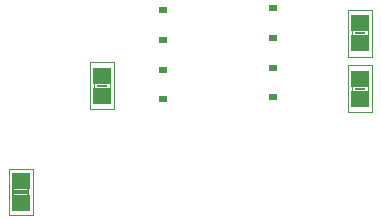
<source format=gbp>
%FSTAX24Y24*%
%MOIN*%
%SFA1B1*%

%IPPOS*%
%ADD11R,0.031800X0.007900*%
%ADD12R,0.047600X0.015900*%
%ADD13C,0.004000*%
%ADD14C,0.006000*%
%ADD15R,0.025000X0.024000*%
%ADD16R,0.057500X0.030000*%
%ADD17R,0.057500X0.029500*%
%ADD18R,0.056000X0.014000*%
%ADD19C,0.002000*%
%ADD24R,0.060000X0.052000*%
%ADD25R,0.063000X0.052000*%
%LNnode_simple-1*%
%LPD*%
G54D11*
X000549Y0048D03*
X009149Y0047D03*
Y00655D03*
G54D12*
X-002148Y001251D03*
G54D13*
X00081Y00465D02*
Y00494D01*
X00029Y00465D02*
Y00495D01*
X00941Y00455D02*
Y00484D01*
X00889Y00455D02*
Y00485D01*
X00941Y0064D02*
Y00669D01*
X00889Y0064D02*
Y0067D01*
G54D14*
X-0024Y00097D02*
Y00153D01*
X-0019Y00097D02*
Y00153D01*
G54D15*
X006264Y00442D03*
Y0054D03*
Y006394D03*
Y007374D03*
X002575Y007306D03*
Y006326D03*
Y005333D03*
Y004353D03*
G54D16*
X000547Y00451D03*
X009147Y00441D03*
Y00626D03*
G54D17*
X000547Y005082D03*
X009147Y004982D03*
Y006832D03*
G54D18*
X-00215Y00159D03*
Y00091D03*
G54D19*
X00016Y00402D02*
X000937D01*
X00016Y005577D02*
X000937D01*
Y00402D02*
Y005577D01*
X00016Y00402D02*
Y005577D01*
X00876Y00392D02*
X009537D01*
X00876Y005477D02*
X009537D01*
Y00392D02*
Y005477D01*
X00876Y00392D02*
Y005477D01*
Y00577D02*
X009537D01*
X00876Y007327D02*
X009537D01*
Y00577D02*
Y007327D01*
X00876Y00577D02*
Y007327D01*
X-002537Y00203D02*
X-00176D01*
X-002537Y000473D02*
X-00176D01*
X-002537D02*
Y00203D01*
X-00176Y000473D02*
Y00203D01*
G54D24*
X00055Y00446D03*
Y005135D03*
X00915Y00436D03*
Y005035D03*
Y00621D03*
Y006885D03*
G54D25*
X-002147Y000876D03*
Y00163D03*
M02*
</source>
